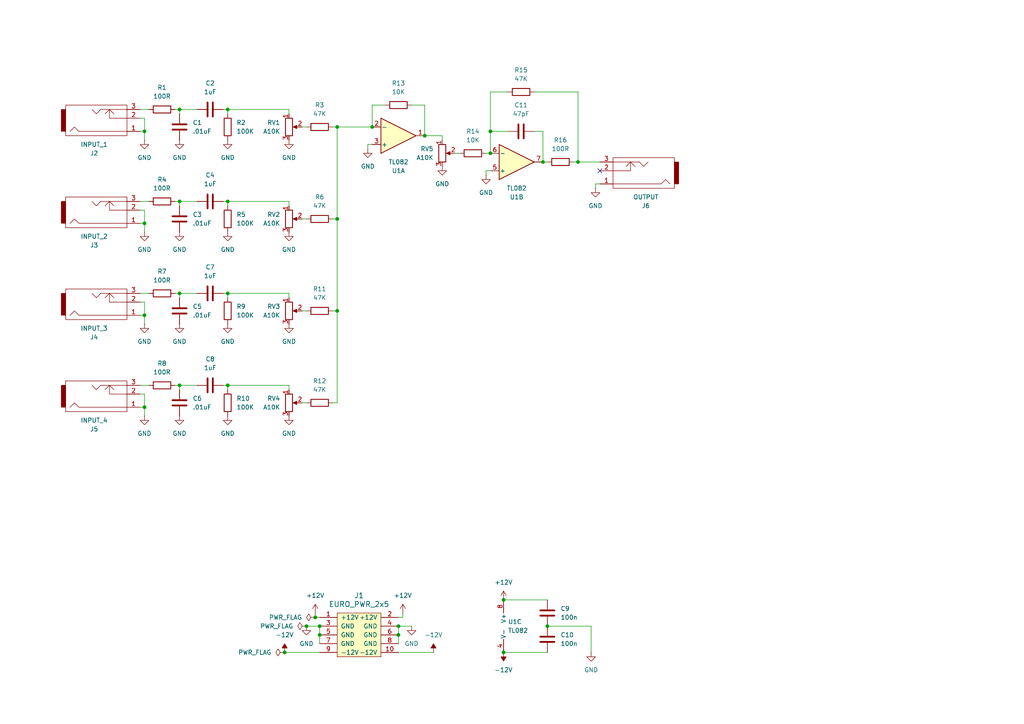
<source format=kicad_sch>
(kicad_sch (version 20231120) (generator "eeschema") (generator_version "8.0")
  (paper "A4")
  (lib_symbols
    (symbol "Amplifier_Operational:TL082" (pin_names (offset 0.127))
      (property "Reference" "U" (at 0 5.08 0))
      (property "Value" "TL082" (at 0 -5.08 0))
      (symbol "TL082_1_1"
        (polyline (pts (xy -5.08 5.08) (xy 5.08 0) (xy -5.08 -5.08) (xy -5.08 5.08)) (stroke (width 0.254)) (fill (type background)))
        (pin output line (at 7.62 0 180) (length 2.54) (name "~") (number "1"))
        (pin input line (at -7.62 -2.54 0) (length 2.54) (name "-") (number "2"))
        (pin input line (at -7.62 2.54 0) (length 2.54) (name "+") (number "3"))
      )
      (symbol "TL082_2_1"
        (polyline (pts (xy -5.08 5.08) (xy 5.08 0) (xy -5.08 -5.08) (xy -5.08 5.08)) (stroke (width 0.254)) (fill (type background)))
        (pin input line (at -7.62 2.54 0) (length 2.54) (name "+") (number "5"))
        (pin input line (at -7.62 -2.54 0) (length 2.54) (name "-") (number "6"))
        (pin output line (at 7.62 0 180) (length 2.54) (name "~") (number "7"))
      )
      (symbol "TL082_3_1"
        (pin power_in line (at -2.54 -7.62 90) (length 3.81) (name "V-") (number "4"))
        (pin power_in line (at -2.54 7.62 270) (length 3.81) (name "V+") (number "8"))
      )
    )
    (symbol "Device:C" (pin_numbers hide) (pin_names (offset 0.254))
      (property "Reference" "C" (at 0.635 2.54 0))
      (property "Value" "C" (at 0.635 -2.54 0))
      (symbol "C_0_1"
        (polyline (pts (xy -2.032 -0.762) (xy 2.032 -0.762)) (stroke (width 0.508)))
        (polyline (pts (xy -2.032 0.762) (xy 2.032 0.762)) (stroke (width 0.508)))
      )
      (symbol "C_1_1"
        (pin passive line (at 0 3.81 270) (length 2.794) (name "~") (number "1"))
        (pin passive line (at 0 -3.81 90) (length 2.794) (name "~") (number "2"))
      )
    )
    (symbol "Device:R" (pin_numbers hide) (pin_names (offset 0))
      (property "Reference" "R" (at 2.032 0 90))
      (property "Value" "R" (at 0 0 90))
      (symbol "R_0_1"
        (rectangle (start -1.016 -2.54) (end 1.016 2.54) (stroke (width 0.254)))
      )
      (symbol "R_1_1"
        (pin passive line (at 0 3.81 270) (length 1.27) (name "~") (number "1"))
        (pin passive line (at 0 -3.81 90) (length 1.27) (name "~") (number "2"))
      )
    )
    (symbol "Device:R_Potentiometer" (pin_names (offset 1.016) hide)
      (property "Reference" "RV" (at -4.445 0 90))
      (property "Value" "R_Potentiometer" (at -2.54 0 90))
      (symbol "R_Potentiometer_0_1"
        (polyline (pts (xy 2.54 0) (xy 1.524 0)))
        (polyline (pts (xy 1.143 0) (xy 2.286 0.508) (xy 2.286 -0.508) (xy 1.143 0)) (fill (type outline)))
        (rectangle (start 1.016 2.54) (end -1.016 -2.54) (stroke (width 0.254)))
      )
      (symbol "R_Potentiometer_1_1"
        (pin passive line (at 0 3.81 270) (length 1.27) (name "1") (number "1"))
        (pin passive line (at 3.81 0 180) (length 1.27) (name "2") (number "2"))
        (pin passive line (at 0 -3.81 90) (length 1.27) (name "3") (number "3"))
      )
    )
    (symbol "eurocad:EURO_PWR_2x5" (pin_names (offset 1.016))
      (property "Reference" "J" (at 0 -7.62 0))
      (property "Value" "EURO_PWR_2x5" (at 0 7.62 0))
      (symbol "EURO_PWR_2x5_0_1"
        (rectangle (start -6.35 6.35) (end 6.35 -6.35) (fill (type background)))
      )
      (symbol "EURO_PWR_2x5_1_1"
        (pin power_in line (at -11.43 5.08 0) (length 5.08) (name "+12V") (number "1"))
        (pin power_in line (at 11.43 -5.08 180) (length 5.08) (name "-12V") (number "10"))
        (pin power_in line (at 11.43 5.08 180) (length 5.08) (name "+12V") (number "2"))
        (pin power_in line (at -11.43 2.54 0) (length 5.08) (name "GND") (number "3"))
        (pin power_in line (at 11.43 2.54 180) (length 5.08) (name "GND") (number "4"))
        (pin power_in line (at -11.43 0 0) (length 5.08) (name "GND") (number "5"))
        (pin power_in line (at 11.43 0 180) (length 5.08) (name "GND") (number "6"))
        (pin power_in line (at -11.43 -2.54 0) (length 5.08) (name "GND") (number "7"))
        (pin power_in line (at 11.43 -2.54 180) (length 5.08) (name "GND") (number "8"))
        (pin power_in line (at -11.43 -5.08 0) (length 5.08) (name "-12V") (number "9"))
      )
    )
    (symbol "eurocad:PJ301M-12" (pin_names (offset 1.016))
      (property "Reference" "J" (at -8.89 -5.08 0))
      (property "Value" "PJ301M-12" (at -3.81 6.35 0))
      (symbol "PJ301M-12_0_1"
        (rectangle (start -11.43 3.81) (end -10.16 -2.54) (fill (type outline)))
        (polyline (pts (xy 3.81 0) (xy 7.62 0) (xy 7.62 0)))
        (polyline (pts (xy 0 -2.54) (xy -1.27 -1.27) (xy -2.54 -2.54) (xy -2.54 -2.54)))
        (polyline (pts (xy 0 -2.54) (xy 7.62 -2.54) (xy 7.62 -2.54) (xy 7.62 -2.54)))
        (polyline (pts (xy 1.27 -1.27) (xy 2.54 -2.54) (xy 3.81 -1.27) (xy 3.81 -1.27)))
        (polyline (pts (xy 3.81 0) (xy 2.54 0) (xy 2.54 -2.54) (xy 2.54 -2.54)))
        (polyline (pts (xy 7.62 3.81) (xy -6.35 3.81) (xy -7.62 2.54) (xy -8.89 3.81) (xy -8.89 3.81)))
        (rectangle (start 7.62 -3.81) (end -10.16 5.08))
      )
      (symbol "PJ301M-12_1_1"
        (pin passive line (at 11.43 3.81 180) (length 3.81) (name "~") (number "1"))
        (pin passive line (at 11.43 0 180) (length 3.81) (name "~") (number "2"))
        (pin passive line (at 11.43 -2.54 180) (length 3.81) (name "~") (number "3"))
      )
    )
    (symbol "power:+12V" (power) (pin_numbers hide) (pin_names (offset 0) hide)
      (property "Value" "+12V" (at 0 3.556 0))
      (symbol "+12V_0_1"
        (polyline (pts (xy -0.762 1.27) (xy 0 2.54)))
        (polyline (pts (xy 0 0) (xy 0 2.54)))
        (polyline (pts (xy 0 2.54) (xy 0.762 1.27)))
      )
      (symbol "+12V_1_1"
        (pin power_in line (at 0 0 90) (length 0) (name "~") (number "1"))
      )
    )
    (symbol "power:-12V" (power) (pin_numbers hide) (pin_names (offset 0) hide)
      (property "Value" "-12V" (at 0 3.556 0))
      (symbol "-12V_0_0"
        (pin power_in line (at 0 0 90) (length 0) (name "~") (number "1"))
      )
      (symbol "-12V_0_1"
        (polyline (pts (xy 0 0) (xy 0 1.27) (xy 0.762 1.27) (xy 0 2.54) (xy -0.762 1.27) (xy 0 1.27)) (fill (type outline)))
      )
    )
    (symbol "power:GND" (power) (pin_numbers hide) (pin_names (offset 0) hide)
      (property "Value" "GND" (at 0 -3.81 0))
      (symbol "GND_0_1"
        (polyline (pts (xy 0 0) (xy 0 -1.27) (xy 1.27 -1.27) (xy 0 -2.54) (xy -1.27 -1.27) (xy 0 -1.27)))
      )
      (symbol "GND_1_1"
        (pin power_in line (at 0 0 270) (length 0) (name "~") (number "1"))
      )
    )
    (symbol "power:PWR_FLAG" (power) (pin_numbers hide) (pin_names (offset 0) hide)
      (property "Value" "PWR_FLAG" (at 0 3.81 0))
      (symbol "PWR_FLAG_0_0"
        (pin power_out line (at 0 0 90) (length 0) (name "~") (number "1"))
      )
      (symbol "PWR_FLAG_0_1"
        (polyline (pts (xy 0 0) (xy 0 1.27) (xy -1.016 1.905) (xy 0 2.54) (xy 1.016 1.905) (xy 0 1.27)))
      )
    )
  )
  (junction (at 66.04 58.42))
  (junction (at 107.95 36.83))
  (junction (at 66.04 85.09))
  (junction (at 41.91 118.11))
  (junction (at 52.07 58.42))
  (junction (at 115.57 181.61))
  (junction (at 123.19 39.37))
  (junction (at 66.04 31.75))
  (junction (at 52.07 111.76))
  (junction (at 146.05 189.23))
  (junction (at 88.9 181.61))
  (junction (at 146.05 173.99))
  (junction (at 142.24 44.45))
  (junction (at 82.55 189.23))
  (junction (at 142.24 38.1))
  (junction (at 41.91 64.77))
  (junction (at 115.57 184.15))
  (junction (at 92.71 181.61))
  (junction (at 97.79 63.5))
  (junction (at 167.64 46.99))
  (junction (at 97.79 90.17))
  (junction (at 52.07 85.09))
  (junction (at 91.44 179.07))
  (junction (at 92.71 184.15))
  (junction (at 41.91 38.1))
  (junction (at 157.48 46.99))
  (junction (at 97.79 36.83))
  (junction (at 41.91 91.44))
  (junction (at 158.75 181.61))
  (junction (at 66.04 111.76))
  (junction (at 52.07 31.75))
  (no_connect (at 173.99 49.53))
  (wire (pts (xy 107.95 36.83) (xy 107.95 30.48)))
  (wire (pts (xy 123.19 39.37) (xy 128.27 39.37)))
  (wire (pts (xy 158.75 181.61) (xy 171.45 181.61)))
  (wire (pts (xy 96.52 90.17) (xy 97.79 90.17)))
  (wire (pts (xy 88.9 181.61) (xy 92.71 181.61)))
  (wire (pts (xy 40.64 60.96) (xy 41.91 60.96)))
  (wire (pts (xy 87.63 116.84) (xy 88.9 116.84)))
  (wire (pts (xy 64.77 85.09) (xy 66.04 85.09)))
  (wire (pts (xy 66.04 111.76) (xy 83.82 111.76)))
  (wire (pts (xy 157.48 46.99) (xy 158.75 46.99)))
  (wire (pts (xy 50.8 85.09) (xy 52.07 85.09)))
  (wire (pts (xy 92.71 181.61) (xy 92.71 184.15)))
  (wire (pts (xy 50.8 111.76) (xy 52.07 111.76)))
  (wire (pts (xy 97.79 63.5) (xy 97.79 36.83)))
  (wire (pts (xy 40.64 91.44) (xy 41.91 91.44)))
  (wire (pts (xy 50.8 58.42) (xy 52.07 58.42)))
  (wire (pts (xy 41.91 91.44) (xy 41.91 93.98)))
  (wire (pts (xy 41.91 64.77) (xy 41.91 67.31)))
  (wire (pts (xy 92.71 179.07) (xy 91.44 179.07)))
  (wire (pts (xy 96.52 116.84) (xy 97.79 116.84)))
  (wire (pts (xy 41.91 34.29) (xy 41.91 38.1)))
  (wire (pts (xy 52.07 58.42) (xy 57.15 58.42)))
  (wire (pts (xy 40.64 111.76) (xy 43.18 111.76)))
  (wire (pts (xy 106.68 41.91) (xy 106.68 43.18)))
  (wire (pts (xy 40.64 114.3) (xy 41.91 114.3)))
  (wire (pts (xy 140.97 49.53) (xy 140.97 50.8)))
  (wire (pts (xy 97.79 90.17) (xy 97.79 63.5)))
  (wire (pts (xy 142.24 38.1) (xy 142.24 26.67)))
  (wire (pts (xy 41.91 38.1) (xy 41.91 40.64)))
  (wire (pts (xy 119.38 30.48) (xy 123.19 30.48)))
  (wire (pts (xy 128.27 39.37) (xy 128.27 40.64)))
  (wire (pts (xy 82.55 189.23) (xy 92.71 189.23)))
  (wire (pts (xy 167.64 46.99) (xy 167.64 26.67)))
  (wire (pts (xy 96.52 36.83) (xy 97.79 36.83)))
  (wire (pts (xy 123.19 30.48) (xy 123.19 39.37)))
  (wire (pts (xy 66.04 85.09) (xy 83.82 85.09)))
  (wire (pts (xy 40.64 118.11) (xy 41.91 118.11)))
  (wire (pts (xy 41.91 87.63) (xy 41.91 91.44)))
  (wire (pts (xy 166.37 46.99) (xy 167.64 46.99)))
  (wire (pts (xy 115.57 186.69) (xy 115.57 184.15)))
  (wire (pts (xy 97.79 36.83) (xy 107.95 36.83)))
  (wire (pts (xy 83.82 85.09) (xy 83.82 86.36)))
  (wire (pts (xy 107.95 41.91) (xy 106.68 41.91)))
  (wire (pts (xy 87.63 36.83) (xy 88.9 36.83)))
  (wire (pts (xy 83.82 58.42) (xy 83.82 59.69)))
  (wire (pts (xy 154.94 38.1) (xy 157.48 38.1)))
  (wire (pts (xy 66.04 58.42) (xy 66.04 59.69)))
  (wire (pts (xy 66.04 111.76) (xy 66.04 113.03)))
  (wire (pts (xy 52.07 31.75) (xy 52.07 33.02)))
  (wire (pts (xy 115.57 179.07) (xy 116.84 179.07)))
  (wire (pts (xy 146.05 189.23) (xy 158.75 189.23)))
  (wire (pts (xy 146.05 173.99) (xy 158.75 173.99)))
  (wire (pts (xy 107.95 30.48) (xy 111.76 30.48)))
  (wire (pts (xy 97.79 116.84) (xy 97.79 90.17)))
  (wire (pts (xy 171.45 181.61) (xy 171.45 189.23)))
  (wire (pts (xy 41.91 114.3) (xy 41.91 118.11)))
  (wire (pts (xy 52.07 111.76) (xy 52.07 113.03)))
  (wire (pts (xy 115.57 181.61) (xy 119.38 181.61)))
  (wire (pts (xy 41.91 118.11) (xy 41.91 120.65)))
  (wire (pts (xy 154.94 26.67) (xy 167.64 26.67)))
  (wire (pts (xy 157.48 38.1) (xy 157.48 46.99)))
  (wire (pts (xy 52.07 58.42) (xy 52.07 59.69)))
  (wire (pts (xy 172.72 53.34) (xy 172.72 54.61)))
  (wire (pts (xy 167.64 46.99) (xy 173.99 46.99)))
  (wire (pts (xy 40.64 64.77) (xy 41.91 64.77)))
  (wire (pts (xy 142.24 26.67) (xy 147.32 26.67)))
  (wire (pts (xy 40.64 31.75) (xy 43.18 31.75)))
  (wire (pts (xy 40.64 87.63) (xy 41.91 87.63)))
  (wire (pts (xy 40.64 85.09) (xy 43.18 85.09)))
  (wire (pts (xy 173.99 53.34) (xy 172.72 53.34)))
  (wire (pts (xy 132.08 44.45) (xy 133.35 44.45)))
  (wire (pts (xy 64.77 58.42) (xy 66.04 58.42)))
  (wire (pts (xy 142.24 38.1) (xy 147.32 38.1)))
  (wire (pts (xy 64.77 31.75) (xy 66.04 31.75)))
  (wire (pts (xy 142.24 44.45) (xy 142.24 38.1)))
  (wire (pts (xy 96.52 63.5) (xy 97.79 63.5)))
  (wire (pts (xy 92.71 184.15) (xy 92.71 186.69)))
  (wire (pts (xy 52.07 85.09) (xy 57.15 85.09)))
  (wire (pts (xy 83.82 111.76) (xy 83.82 113.03)))
  (wire (pts (xy 66.04 31.75) (xy 83.82 31.75)))
  (wire (pts (xy 52.07 111.76) (xy 57.15 111.76)))
  (wire (pts (xy 115.57 184.15) (xy 115.57 181.61)))
  (wire (pts (xy 87.63 63.5) (xy 88.9 63.5)))
  (wire (pts (xy 66.04 31.75) (xy 66.04 33.02)))
  (wire (pts (xy 40.64 38.1) (xy 41.91 38.1)))
  (wire (pts (xy 66.04 58.42) (xy 83.82 58.42)))
  (wire (pts (xy 50.8 31.75) (xy 52.07 31.75)))
  (wire (pts (xy 66.04 85.09) (xy 66.04 86.36)))
  (wire (pts (xy 87.63 90.17) (xy 88.9 90.17)))
  (wire (pts (xy 142.24 49.53) (xy 140.97 49.53)))
  (wire (pts (xy 40.64 58.42) (xy 43.18 58.42)))
  (wire (pts (xy 116.84 179.07) (xy 116.84 177.8)))
  (wire (pts (xy 140.97 44.45) (xy 142.24 44.45)))
  (wire (pts (xy 83.82 31.75) (xy 83.82 33.02)))
  (wire (pts (xy 41.91 60.96) (xy 41.91 64.77)))
  (wire (pts (xy 52.07 31.75) (xy 57.15 31.75)))
  (wire (pts (xy 64.77 111.76) (xy 66.04 111.76)))
  (wire (pts (xy 40.64 34.29) (xy 41.91 34.29)))
  (wire (pts (xy 115.57 189.23) (xy 125.73 189.23)))
  (wire (pts (xy 52.07 85.09) (xy 52.07 86.36)))
  (wire (pts (xy 91.44 179.07) (xy 91.44 177.8)))
  (symbol (lib_id "power:GND") (at 83.82 93.98 0) (unit 1)
    (property "Reference" "#PWR021" (effects (hide yes)))
    (property "Value" "GND" (at 83.82 99.06 0))
    (property "Description" "Power symbol creates a global label with name \"GND\" , ground" (effects (hide yes)))
  )
  (symbol (lib_id "power:GND") (at 172.72 54.61 0) (unit 1)
    (property "Reference" "#PWR029" (effects (hide yes)))
    (property "Value" "GND" (at 172.72 59.69 0))
    (property "Description" "Power symbol creates a global label with name \"GND\" , ground" (effects (hide yes)))
  )
  (symbol (lib_id "Device:R_Potentiometer") (at 83.82 63.5 0) (unit 1)
    (property "Reference" "RV2" (at 81.28 62.2299 0) (effects (justify right)))
    (property "Value" "A10K" (at 81.28 64.7699 0) (effects (justify right)))
    (property "Footprint" "Potentiometer_THT:Potentiometer_Bourns_PTV09A-1_Single_Vertical" (effects (hide yes)))
    (property "Description" "Potentiometer" (effects (hide yes)))
  )
  (symbol (lib_id "power:-12V") (at 125.73 189.23 0) (unit 1)
    (property "Reference" "#PWR04" (effects (hide yes)))
    (property "Value" "-12V" (at 125.73 184.15 0))
    (property "Description" "Power symbol creates a global label with name \"-12V\"" (effects (hide yes)))
  )
  (symbol (lib_id "power:GND") (at 106.68 43.18 0) (unit 1)
    (property "Reference" "#PWR026" (effects (hide yes)))
    (property "Value" "GND" (at 106.68 48.26 0))
    (property "Description" "Power symbol creates a global label with name \"GND\" , ground" (effects (hide yes)))
  )
  (symbol (lib_id "Amplifier_Operational:TL082") (at 149.86 46.99 0) (mirror x) (unit 2)
    (property "Reference" "U1" (at 149.86 57.15 0))
    (property "Value" "TL082" (at 149.86 54.61 0))
    (property "Footprint" "Package_DIP:DIP-8_W7.62mm_Socket" (effects (hide yes)))
    (property "Datasheet" "http://www.ti.com/lit/ds/symlink/tl081.pdf" (effects (hide yes)))
    (property "Description" "Dual JFET-Input Operational Amplifiers, DIP-8/SOIC-8/SSOP-8" (effects (hide yes)))
  )
  (symbol (lib_id "power:GND") (at 52.07 120.65 0) (unit 1)
    (property "Reference" "#PWR018" (effects (hide yes)))
    (property "Value" "GND" (at 52.07 125.73 0))
    (property "Description" "Power symbol creates a global label with name \"GND\" , ground" (effects (hide yes)))
  )
  (symbol (lib_id "power:GND") (at 83.82 120.65 0) (unit 1)
    (property "Reference" "#PWR022" (effects (hide yes)))
    (property "Value" "GND" (at 83.82 125.73 0))
    (property "Description" "Power symbol creates a global label with name \"GND\" , ground" (effects (hide yes)))
  )
  (symbol (lib_id "power:GND") (at 52.07 93.98 0) (unit 1)
    (property "Reference" "#PWR017" (effects (hide yes)))
    (property "Value" "GND" (at 52.07 99.06 0))
    (property "Description" "Power symbol creates a global label with name \"GND\" , ground" (effects (hide yes)))
  )
  (symbol (lib_id "Device:R") (at 151.13 26.67 90) (unit 1)
    (property "Reference" "R15" (at 151.13 20.32 90))
    (property "Value" "47K" (at 151.13 22.86 90))
    (property "Footprint" "Resistor_THT:R_Axial_DIN0207_L6.3mm_D2.5mm_P2.54mm_Vertical" (effects (hide yes)))
    (property "Description" "Resistor" (effects (hide yes)))
  )
  (symbol (lib_id "power:GND") (at 171.45 189.23 0) (unit 1)
    (property "Reference" "#PWR025" (effects (hide yes)))
    (property "Value" "GND" (at 171.45 194.31 0))
    (property "Description" "Power symbol creates a global label with name \"GND\" , ground" (effects (hide yes)))
  )
  (symbol (lib_id "eurocad:EURO_PWR_2x5") (at 104.14 184.15 0) (unit 1)
    (property "Reference" "J1" (at 104.14 172.72 0) (effects (font (size 1.524 1.524))))
    (property "Value" "EURO_PWR_2x5" (at 104.14 175.26 0) (effects (font (size 1.524 1.524))))
    (property "Footprint" "Connector_PinHeader_2.54mm:PinHeader_2x05_P2.54mm_Vertical" (effects (hide yes)))
  )
  (symbol (lib_id "Device:C") (at 158.75 185.42 0) (unit 1)
    (property "Reference" "C10" (at 162.56 184.1499 0) (effects (justify left)))
    (property "Value" "100n" (at 162.56 186.6899 0) (effects (justify left)))
    (property "Footprint" "Capacitor_THT:C_Disc_D4.7mm_W2.5mm_P5.00mm" (effects (hide yes)))
    (property "Description" "Unpolarized capacitor" (effects (hide yes)))
  )
  (symbol (lib_id "Device:R") (at 46.99 31.75 90) (unit 1)
    (property "Reference" "R1" (at 46.99 25.4 90))
    (property "Value" "100R" (at 46.99 27.94 90))
    (property "Footprint" "Resistor_THT:R_Axial_DIN0207_L6.3mm_D2.5mm_P2.54mm_Vertical" (effects (hide yes)))
    (property "Description" "Resistor" (effects (hide yes)))
  )
  (symbol (lib_id "Device:R") (at 137.16 44.45 90) (unit 1)
    (property "Reference" "R14" (at 137.16 38.1 90))
    (property "Value" "10K" (at 137.16 40.64 90))
    (property "Footprint" "Resistor_THT:R_Axial_DIN0207_L6.3mm_D2.5mm_P2.54mm_Vertical" (effects (hide yes)))
    (property "Description" "Resistor" (effects (hide yes)))
  )
  (symbol (lib_id "Device:R") (at 66.04 116.84 0) (unit 1)
    (property "Reference" "R10" (at 68.58 115.5699 0) (effects (justify left)))
    (property "Value" "100K" (at 68.58 118.1099 0) (effects (justify left)))
    (property "Footprint" "Resistor_THT:R_Axial_DIN0207_L6.3mm_D2.5mm_P2.54mm_Vertical" (effects (hide yes)))
    (property "Description" "Resistor" (effects (hide yes)))
  )
  (symbol (lib_id "power:GND") (at 83.82 40.64 0) (unit 1)
    (property "Reference" "#PWR010" (effects (hide yes)))
    (property "Value" "GND" (at 83.82 45.72 0))
    (property "Description" "Power symbol creates a global label with name \"GND\" , ground" (effects (hide yes)))
  )
  (symbol (lib_id "Device:C") (at 60.96 58.42 90) (unit 1)
    (property "Reference" "C4" (at 60.96 50.8 90))
    (property "Value" "1uF" (at 60.96 53.34 90))
    (property "Footprint" "Capacitor_THT:C_Disc_D4.7mm_W2.5mm_P5.00mm" (effects (hide yes)))
    (property "Description" "Unpolarized capacitor" (effects (hide yes)))
  )
  (symbol (lib_id "power:GND") (at 140.97 50.8 0) (unit 1)
    (property "Reference" "#PWR028" (effects (hide yes)))
    (property "Value" "GND" (at 140.97 55.88 0))
    (property "Description" "Power symbol creates a global label with name \"GND\" , ground" (effects (hide yes)))
  )
  (symbol (lib_id "power:+12V") (at 116.84 177.8 0) (unit 1)
    (property "Reference" "#PWR02" (effects (hide yes)))
    (property "Value" "+12V" (at 116.84 172.72 0))
    (property "Description" "Power symbol creates a global label with name \"+12V\"" (effects (hide yes)))
  )
  (symbol (lib_id "power:PWR_FLAG") (at 82.55 189.23 90) (unit 1)
    (property "Reference" "#FLG03" (effects (hide yes)))
    (property "Value" "PWR_FLAG" (at 78.74 189.2299 90) (effects (justify left)))
    (property "Description" "Special symbol for telling ERC where power comes from" (effects (hide yes)))
  )
  (symbol (lib_id "Device:C") (at 158.75 177.8 0) (unit 1)
    (property "Reference" "C9" (at 162.56 176.5299 0) (effects (justify left)))
    (property "Value" "100n" (at 162.56 179.0699 0) (effects (justify left)))
    (property "Footprint" "Capacitor_THT:C_Disc_D4.7mm_W2.5mm_P5.00mm" (effects (hide yes)))
    (property "Description" "Unpolarized capacitor" (effects (hide yes)))
  )
  (symbol (lib_id "Device:C") (at 52.07 90.17 0) (unit 1)
    (property "Reference" "C5" (at 55.88 88.8999 0) (effects (justify left)))
    (property "Value" ".01uF" (at 55.88 91.4399 0) (effects (justify left)))
    (property "Footprint" "Capacitor_THT:C_Disc_D4.7mm_W2.5mm_P5.00mm" (effects (hide yes)))
    (property "Description" "Unpolarized capacitor" (effects (hide yes)))
  )
  (symbol (lib_id "Device:R") (at 46.99 111.76 90) (unit 1)
    (property "Reference" "R8" (at 46.99 105.41 90))
    (property "Value" "100R" (at 46.99 107.95 90))
    (property "Footprint" "Resistor_THT:R_Axial_DIN0207_L6.3mm_D2.5mm_P2.54mm_Vertical" (effects (hide yes)))
    (property "Description" "Resistor" (effects (hide yes)))
  )
  (symbol (lib_id "power:GND") (at 66.04 40.64 0) (unit 1)
    (property "Reference" "#PWR09" (effects (hide yes)))
    (property "Value" "GND" (at 66.04 45.72 0))
    (property "Description" "Power symbol creates a global label with name \"GND\" , ground" (effects (hide yes)))
  )
  (symbol (lib_id "eurocad:PJ301M-12") (at 29.21 114.3 0) (mirror x) (unit 1)
    (property "Reference" "J5" (at 27.305 124.46 0))
    (property "Value" "INPUT_4" (at 27.305 121.92 0))
    (property "Footprint" "Eurocad:PJ301M-12" (effects (hide yes)))
  )
  (symbol (lib_id "power:GND") (at 66.04 93.98 0) (unit 1)
    (property "Reference" "#PWR019" (effects (hide yes)))
    (property "Value" "GND" (at 66.04 99.06 0))
    (property "Description" "Power symbol creates a global label with name \"GND\" , ground" (effects (hide yes)))
  )
  (symbol (lib_id "Device:R_Potentiometer") (at 83.82 116.84 0) (unit 1)
    (property "Reference" "RV4" (at 81.28 115.5699 0) (effects (justify right)))
    (property "Value" "A10K" (at 81.28 118.1099 0) (effects (justify right)))
    (property "Footprint" "Potentiometer_THT:Potentiometer_Bourns_PTV09A-1_Single_Vertical" (effects (hide yes)))
    (property "Description" "Potentiometer" (effects (hide yes)))
  )
  (symbol (lib_id "power:GND") (at 41.91 93.98 0) (unit 1)
    (property "Reference" "#PWR015" (effects (hide yes)))
    (property "Value" "GND" (at 41.91 99.06 0))
    (property "Description" "Power symbol creates a global label with name \"GND\" , ground" (effects (hide yes)))
  )
  (symbol (lib_id "eurocad:PJ301M-12") (at 29.21 34.29 0) (mirror x) (unit 1)
    (property "Reference" "J2" (at 27.305 44.45 0))
    (property "Value" "INPUT_1" (at 27.305 41.91 0))
    (property "Footprint" "Eurocad:PJ301M-12" (effects (hide yes)))
  )
  (symbol (lib_id "Device:R") (at 92.71 36.83 90) (unit 1)
    (property "Reference" "R3" (at 92.71 30.48 90))
    (property "Value" "47K" (at 92.71 33.02 90))
    (property "Footprint" "Resistor_THT:R_Axial_DIN0207_L6.3mm_D2.5mm_P2.54mm_Vertical" (effects (hide yes)))
    (property "Description" "Resistor" (effects (hide yes)))
  )
  (symbol (lib_id "Device:R_Potentiometer") (at 83.82 36.83 0) (unit 1)
    (property "Reference" "RV1" (at 81.28 35.5599 0) (effects (justify right)))
    (property "Value" "A10K" (at 81.28 38.0999 0) (effects (justify right)))
    (property "Footprint" "Potentiometer_THT:Potentiometer_Bourns_PTV09A-1_Single_Vertical" (effects (hide yes)))
    (property "Description" "Potentiometer" (effects (hide yes)))
  )
  (symbol (lib_id "Device:C") (at 60.96 31.75 90) (unit 1)
    (property "Reference" "C2" (at 60.96 24.13 90))
    (property "Value" "1uF" (at 60.96 26.67 90))
    (property "Footprint" "Capacitor_THT:C_Disc_D4.7mm_W2.5mm_P5.00mm" (effects (hide yes)))
    (property "Description" "Unpolarized capacitor" (effects (hide yes)))
  )
  (symbol (lib_id "eurocad:PJ301M-12") (at 29.21 87.63 0) (mirror x) (unit 1)
    (property "Reference" "J4" (at 27.305 97.79 0))
    (property "Value" "INPUT_3" (at 27.305 95.25 0))
    (property "Footprint" "Eurocad:PJ301M-12" (effects (hide yes)))
  )
  (symbol (lib_id "Device:C") (at 52.07 116.84 0) (unit 1)
    (property "Reference" "C6" (at 55.88 115.5699 0) (effects (justify left)))
    (property "Value" ".01uF" (at 55.88 118.1099 0) (effects (justify left)))
    (property "Footprint" "Capacitor_THT:C_Disc_D4.7mm_W2.5mm_P5.00mm" (effects (hide yes)))
    (property "Description" "Unpolarized capacitor" (effects (hide yes)))
  )
  (symbol (lib_id "Device:R_Potentiometer") (at 83.82 90.17 0) (unit 1)
    (property "Reference" "RV3" (at 81.28 88.8999 0) (effects (justify right)))
    (property "Value" "A10K" (at 81.28 91.4399 0) (effects (justify right)))
    (property "Footprint" "Potentiometer_THT:Potentiometer_Bourns_PTV09A-1_Single_Vertical" (effects (hide yes)))
    (property "Description" "Potentiometer" (effects (hide yes)))
  )
  (symbol (lib_id "power:GND") (at 119.38 181.61 0) (unit 1)
    (property "Reference" "#PWR06" (effects (hide yes)))
    (property "Value" "GND" (at 119.38 186.69 0))
    (property "Description" "Power symbol creates a global label with name \"GND\" , ground" (effects (hide yes)))
  )
  (symbol (lib_id "Device:R") (at 46.99 58.42 90) (unit 1)
    (property "Reference" "R4" (at 46.99 52.07 90))
    (property "Value" "100R" (at 46.99 54.61 90))
    (property "Footprint" "Resistor_THT:R_Axial_DIN0207_L6.3mm_D2.5mm_P2.54mm_Vertical" (effects (hide yes)))
    (property "Description" "Resistor" (effects (hide yes)))
  )
  (symbol (lib_id "Device:C") (at 60.96 85.09 90) (unit 1)
    (property "Reference" "C7" (at 60.96 77.47 90))
    (property "Value" "1uF" (at 60.96 80.01 90))
    (property "Footprint" "Capacitor_THT:C_Disc_D4.7mm_W2.5mm_P5.00mm" (effects (hide yes)))
    (property "Description" "Unpolarized capacitor" (effects (hide yes)))
  )
  (symbol (lib_id "Device:C") (at 60.96 111.76 90) (unit 1)
    (property "Reference" "C8" (at 60.96 104.14 90))
    (property "Value" "1uF" (at 60.96 106.68 90))
    (property "Footprint" "Capacitor_THT:C_Disc_D4.7mm_W2.5mm_P5.00mm" (effects (hide yes)))
    (property "Description" "Unpolarized capacitor" (effects (hide yes)))
  )
  (symbol (lib_id "Device:R_Potentiometer") (at 128.27 44.45 0) (unit 1)
    (property "Reference" "RV5" (at 125.73 43.1799 0) (effects (justify right)))
    (property "Value" "A10K" (at 125.73 45.7199 0) (effects (justify right)))
    (property "Footprint" "Potentiometer_THT:Potentiometer_Bourns_PTV09A-1_Single_Vertical" (effects (hide yes)))
    (property "Description" "Potentiometer" (effects (hide yes)))
  )
  (symbol (lib_id "power:+12V") (at 146.05 173.99 0) (unit 1)
    (property "Reference" "#PWR023" (effects (hide yes)))
    (property "Value" "+12V" (at 146.05 168.91 0))
    (property "Description" "Power symbol creates a global label with name \"+12V\"" (effects (hide yes)))
  )
  (symbol (lib_id "power:+12V") (at 91.44 177.8 0) (unit 1)
    (property "Reference" "#PWR01" (effects (hide yes)))
    (property "Value" "+12V" (at 91.44 172.72 0))
    (property "Description" "Power symbol creates a global label with name \"+12V\"" (effects (hide yes)))
  )
  (symbol (lib_id "eurocad:PJ301M-12") (at 29.21 60.96 0) (mirror x) (unit 1)
    (property "Reference" "J3" (at 27.305 71.12 0))
    (property "Value" "INPUT_2" (at 27.305 68.58 0))
    (property "Footprint" "Eurocad:PJ301M-12" (effects (hide yes)))
  )
  (symbol (lib_id "power:GND") (at 41.91 40.64 0) (unit 1)
    (property "Reference" "#PWR07" (effects (hide yes)))
    (property "Value" "GND" (at 41.91 45.72 0))
    (property "Description" "Power symbol creates a global label with name \"GND\" , ground" (effects (hide yes)))
  )
  (symbol (lib_id "eurocad:PJ301M-12") (at 185.42 49.53 180) (unit 1)
    (property "Reference" "J6" (at 187.325 59.69 0))
    (property "Value" "OUTPUT" (at 187.325 57.15 0))
    (property "Footprint" "Eurocad:PJ301M-12" (effects (hide yes)))
  )
  (symbol (lib_id "Device:C") (at 52.07 63.5 0) (unit 1)
    (property "Reference" "C3" (at 55.88 62.2299 0) (effects (justify left)))
    (property "Value" ".01uF" (at 55.88 64.7699 0) (effects (justify left)))
    (property "Footprint" "Capacitor_THT:C_Disc_D4.7mm_W2.5mm_P5.00mm" (effects (hide yes)))
    (property "Description" "Unpolarized capacitor" (effects (hide yes)))
  )
  (symbol (lib_id "power:GND") (at 52.07 40.64 0) (unit 1)
    (property "Reference" "#PWR08" (effects (hide yes)))
    (property "Value" "GND" (at 52.07 45.72 0))
    (property "Description" "Power symbol creates a global label with name \"GND\" , ground" (effects (hide yes)))
  )
  (symbol (lib_id "power:GND") (at 88.9 181.61 0) (unit 1)
    (property "Reference" "#PWR05" (effects (hide yes)))
    (property "Value" "GND" (at 88.9 186.69 0))
    (property "Description" "Power symbol creates a global label with name \"GND\" , ground" (effects (hide yes)))
  )
  (symbol (lib_id "power:GND") (at 52.07 67.31 0) (unit 1)
    (property "Reference" "#PWR012" (effects (hide yes)))
    (property "Value" "GND" (at 52.07 72.39 0))
    (property "Description" "Power symbol creates a global label with name \"GND\" , ground" (effects (hide yes)))
  )
  (symbol (lib_id "power:GND") (at 128.27 48.26 0) (unit 1)
    (property "Reference" "#PWR027" (effects (hide yes)))
    (property "Value" "GND" (at 128.27 53.34 0))
    (property "Description" "Power symbol creates a global label with name \"GND\" , ground" (effects (hide yes)))
  )
  (symbol (lib_id "power:GND") (at 83.82 67.31 0) (unit 1)
    (property "Reference" "#PWR014" (effects (hide yes)))
    (property "Value" "GND" (at 83.82 72.39 0))
    (property "Description" "Power symbol creates a global label with name \"GND\" , ground" (effects (hide yes)))
  )
  (symbol (lib_id "Device:R") (at 66.04 90.17 0) (unit 1)
    (property "Reference" "R9" (at 68.58 88.8999 0) (effects (justify left)))
    (property "Value" "100K" (at 68.58 91.4399 0) (effects (justify left)))
    (property "Footprint" "Resistor_THT:R_Axial_DIN0207_L6.3mm_D2.5mm_P2.54mm_Vertical" (effects (hide yes)))
    (property "Description" "Resistor" (effects (hide yes)))
  )
  (symbol (lib_id "power:-12V") (at 82.55 189.23 0) (unit 1)
    (property "Reference" "#PWR03" (effects (hide yes)))
    (property "Value" "-12V" (at 82.55 184.15 0))
    (property "Description" "Power symbol creates a global label with name \"-12V\"" (effects (hide yes)))
  )
  (symbol (lib_id "Device:R") (at 162.56 46.99 90) (unit 1)
    (property "Reference" "R16" (at 162.56 40.64 90))
    (property "Value" "100R" (at 162.56 43.18 90))
    (property "Footprint" "Resistor_THT:R_Axial_DIN0207_L6.3mm_D2.5mm_P2.54mm_Vertical" (effects (hide yes)))
    (property "Description" "Resistor" (effects (hide yes)))
  )
  (symbol (lib_id "power:-12V") (at 146.05 189.23 180) (unit 1)
    (property "Reference" "#PWR024" (effects (hide yes)))
    (property "Value" "-12V" (at 146.05 194.31 0))
    (property "Description" "Power symbol creates a global label with name \"-12V\"" (effects (hide yes)))
  )
  (symbol (lib_id "power:GND") (at 41.91 120.65 0) (unit 1)
    (property "Reference" "#PWR016" (effects (hide yes)))
    (property "Value" "GND" (at 41.91 125.73 0))
    (property "Description" "Power symbol creates a global label with name \"GND\" , ground" (effects (hide yes)))
  )
  (symbol (lib_id "power:GND") (at 66.04 67.31 0) (unit 1)
    (property "Reference" "#PWR013" (effects (hide yes)))
    (property "Value" "GND" (at 66.04 72.39 0))
    (property "Description" "Power symbol creates a global label with name \"GND\" , ground" (effects (hide yes)))
  )
  (symbol (lib_id "Device:R") (at 92.71 90.17 90) (unit 1)
    (property "Reference" "R11" (at 92.71 83.82 90))
    (property "Value" "47K" (at 92.71 86.36 90))
    (property "Footprint" "Resistor_THT:R_Axial_DIN0207_L6.3mm_D2.5mm_P2.54mm_Vertical" (effects (hide yes)))
    (property "Description" "Resistor" (effects (hide yes)))
  )
  (symbol (lib_id "power:GND") (at 41.91 67.31 0) (unit 1)
    (property "Reference" "#PWR011" (effects (hide yes)))
    (property "Value" "GND" (at 41.91 72.39 0))
    (property "Description" "Power symbol creates a global label with name \"GND\" , ground" (effects (hide yes)))
  )
  (symbol (lib_id "Device:R") (at 115.57 30.48 90) (unit 1)
    (property "Reference" "R13" (at 115.57 24.13 90))
    (property "Value" "10K" (at 115.57 26.67 90))
    (property "Footprint" "Resistor_THT:R_Axial_DIN0207_L6.3mm_D2.5mm_P2.54mm_Vertical" (effects (hide yes)))
    (property "Description" "Resistor" (effects (hide yes)))
  )
  (symbol (lib_id "power:GND") (at 66.04 120.65 0) (unit 1)
    (property "Reference" "#PWR020" (effects (hide yes)))
    (property "Value" "GND" (at 66.04 125.73 0))
    (property "Description" "Power symbol creates a global label with name \"GND\" , ground" (effects (hide yes)))
  )
  (symbol (lib_id "power:PWR_FLAG") (at 91.44 179.07 90) (unit 1)
    (property "Reference" "#FLG01" (effects (hide yes)))
    (property "Value" "PWR_FLAG" (at 87.63 179.0699 90) (effects (justify left)))
    (property "Description" "Special symbol for telling ERC where power comes from" (effects (hide yes)))
  )
  (symbol (lib_id "power:PWR_FLAG") (at 88.9 181.61 90) (unit 1)
    (property "Reference" "#FLG02" (effects (hide yes)))
    (property "Value" "PWR_FLAG" (at 85.09 181.6099 90) (effects (justify left)))
    (property "Description" "Special symbol for telling ERC where power comes from" (effects (hide yes)))
  )
  (symbol (lib_id "Amplifier_Operational:TL082") (at 115.57 39.37 0) (mirror x) (unit 1)
    (property "Reference" "U1" (at 115.57 49.53 0))
    (property "Value" "TL082" (at 115.57 46.99 0))
    (property "Footprint" "Package_DIP:DIP-8_W7.62mm_Socket" (effects (hide yes)))
    (property "Datasheet" "http://www.ti.com/lit/ds/symlink/tl081.pdf" (effects (hide yes)))
    (property "Description" "Dual JFET-Input Operational Amplifiers, DIP-8/SOIC-8/SSOP-8" (effects (hide yes)))
  )
  (symbol (lib_id "Device:C") (at 52.07 36.83 0) (unit 1)
    (property "Reference" "C1" (at 55.88 35.5599 0) (effects (justify left)))
    (property "Value" ".01uF" (at 55.88 38.0999 0) (effects (justify left)))
    (property "Footprint" "Capacitor_THT:C_Disc_D4.7mm_W2.5mm_P5.00mm" (effects (hide yes)))
    (property "Description" "Unpolarized capacitor" (effects (hide yes)))
  )
  (symbol (lib_id "Device:R") (at 66.04 36.83 0) (unit 1)
    (property "Reference" "R2" (at 68.58 35.5599 0) (effects (justify left)))
    (property "Value" "100K" (at 68.58 38.0999 0) (effects (justify left)))
    (property "Footprint" "Resistor_THT:R_Axial_DIN0207_L6.3mm_D2.5mm_P2.54mm_Vertical" (effects (hide yes)))
    (property "Description" "Resistor" (effects (hide yes)))
  )
  (symbol (lib_id "Device:C") (at 151.13 38.1 90) (unit 1)
    (property "Reference" "C11" (at 151.13 30.48 90))
    (property "Value" "47pF" (at 151.13 33.02 90))
    (property "Footprint" "Capacitor_THT:C_Disc_D4.7mm_W2.5mm_P5.00mm" (effects (hide yes)))
    (property "Description" "Unpolarized capacitor" (effects (hide yes)))
  )
  (symbol (lib_id "Device:R") (at 92.71 63.5 90) (unit 1)
    (property "Reference" "R6" (at 92.71 57.15 90))
    (property "Value" "47K" (at 92.71 59.69 90))
    (property "Footprint" "Resistor_THT:R_Axial_DIN0207_L6.3mm_D2.5mm_P2.54mm_Vertical" (effects (hide yes)))
    (property "Description" "Resistor" (effects (hide yes)))
  )
  (symbol (lib_id "Device:R") (at 92.71 116.84 90) (unit 1)
    (property "Reference" "R12" (at 92.71 110.49 90))
    (property "Value" "47K" (at 92.71 113.03 90))
    (property "Footprint" "Resistor_THT:R_Axial_DIN0207_L6.3mm_D2.5mm_P2.54mm_Vertical" (effects (hide yes)))
    (property "Description" "Resistor" (effects (hide yes)))
  )
  (symbol (lib_id "Device:R") (at 66.04 63.5 0) (unit 1)
    (property "Reference" "R5" (at 68.58 62.2299 0) (effects (justify left)))
    (property "Value" "100K" (at 68.58 64.7699 0) (effects (justify left)))
    (property "Footprint" "Resistor_THT:R_Axial_DIN0207_L6.3mm_D2.5mm_P2.54mm_Vertical" (effects (hide yes)))
    (property "Description" "Resistor" (effects (hide yes)))
  )
  (symbol (lib_id "Amplifier_Operational:TL082") (at 148.59 181.61 0) (unit 3)
    (property "Reference" "U1" (at 147.32 180.3399 0) (effects (justify left)))
    (property "Value" "TL082" (at 147.32 182.8799 0) (effects (justify left)))
    (property "Footprint" "Package_DIP:DIP-8_W7.62mm_Socket" (effects (hide yes)))
    (property "Datasheet" "http://www.ti.com/lit/ds/symlink/tl081.pdf" (effects (hide yes)))
    (property "Description" "Dual JFET-Input Operational Amplifiers, DIP-8/SOIC-8/SSOP-8" (effects (hide yes)))
  )
  (symbol (lib_id "Device:R") (at 46.99 85.09 90) (unit 1)
    (property "Reference" "R7" (at 46.99 78.74 90))
    (property "Value" "100R" (at 46.99 81.28 90))
    (property "Footprint" "Resistor_THT:R_Axial_DIN0207_L6.3mm_D2.5mm_P2.54mm_Vertical" (effects (hide yes)))
    (property "Description" "Resistor" (effects (hide yes)))
  )
)
</source>
